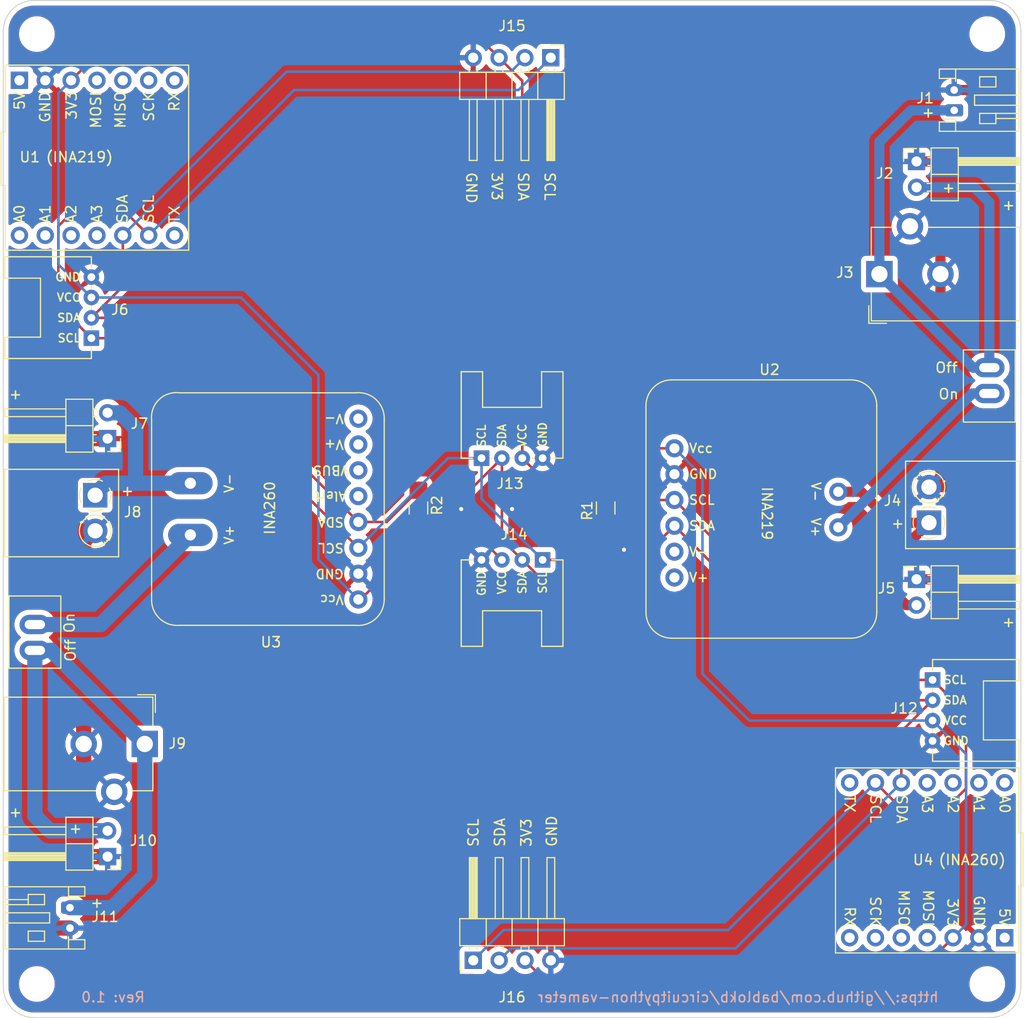
<source format=kicad_pcb>
(kicad_pcb (version 20211014) (generator pcbnew)
  (layers (0 "F.Cu" signal) (31 "B.Cu" signal) (34 "B.Paste" user) (35 "F.Paste" user) (36 "B.SilkS" user "B.Silkscreen") (37 "F.SilkS" user "F.Silkscreen") (38 "B.Mask" user) (39 "F.Mask" user) (44 "Edge.Cuts" user))
  (net 0 "")
  (net 1 "GND")
  (net 2 "Net-(J4-Pad1)")
  (net 3 "/SCL")
  (net 4 "/SDA")
  (net 5 "+3V3")
  (net 6 "Net-(J7-Pad2)")
  (net 7 "Net-(SW1-Pad2)")
  (net 8 "Net-(SW2-Pad2)")
  (net 35 "Net-(J1-Pad1)")
  (net 36 "Net-(J10-Pad2)")
  (footprint "user:R_1206_3216_Pad1.7x1.75mm_BB" (layer "F.Cu") (at -9.2 -0.36 -90)
    (fp_text reference "R2" (at 0 -1.82 90) (layer "F.SilkS"))
    (fp_text value "1K" hide)
    (pad "1" smd roundrect locked (at -1.4875 0 270) (size 1.7 1.75) (layers "F.Cu" "F.Paste" "F.Mask") (roundrect_rratio 0.175) (net 4 "/SDA"))
    (pad "2" smd roundrect locked (at 2.0075 0 270) (size 1.7 1.75) (layers "F.Cu" "F.Paste" "F.Mask") (roundrect_rratio 0.175) (net 5 "+3V3"))
  )
  (footprint "MountingHole:MountingHole_2.5mm" (layer "F.Cu") (at 46.7 46.7)
    (fp_text reference "H3" hide)
    (fp_text value "MountingHole" hide)
    (pad "" np_thru_hole circle (at 0 0) (size 2.5 2.5) (drill 2.5) (layers *.Cu *.Mask))
  )
  (footprint "user:Qt-Py_ESP32-S2" (layer "F.Cu") (at 48.4145 42.15 -90)
    (fp_text reference "U4" (at -7.65 8.0145) (layer "F.SilkS"))
    (fp_text value "Qt-Py-ESP32-S2 INA260" hide)
    (fp_text user "MOSI" (at -1 7.52 -90 unlocked) (layer "F.SilkS") (effects (justify right)))
    (fp_text user "SDA" (at -14.14 10.12 -90 unlocked) (layer "F.SilkS") (effects (justify left)))
    (fp_text user "A3" (at -14.14 7.62 -90 unlocked) (layer "F.SilkS") (effects (justify left)))
    (fp_text user "GND" (at -1 2.52 -90 unlocked) (layer "F.SilkS") (effects (justify right)))
    (fp_text user "RX" (at -1 15.22 -90 unlocked) (layer "F.SilkS") (effects (justify right)))
    (fp_text user "TX" (at -14.14 15.24 -90 unlocked) (layer "F.SilkS") (effects (justify left)))
    (fp_text user "A1" (at -14.14 2.54 -90 unlocked) (layer "F.SilkS") (effects (justify left)))
    (fp_text user "SCK" (at -1 12.72 -90 unlocked) (layer "F.SilkS") (effects (justify right)))
    (fp_text user "5V" (at -1 0.02 -90 unlocked) (layer "F.SilkS") (effects (justify right)))
    (fp_text user "SCL" (at -14.14 12.7 -90 unlocked) (layer "F.SilkS") (effects (justify left)))
    (fp_text user "A2" (at -14.14 5.08 -90 unlocked) (layer "F.SilkS") (effects (justify left)))
    (fp_text user "3V3" (at -1 5.12 -90 unlocked) (layer "F.SilkS") (effects (justify right)))
    (fp_text user "MISO" (at -1 9.92 -90 unlocked) (layer "F.SilkS") (effects (justify right)))
    (fp_text user "A0" (at -14.14 0 -90 unlocked) (layer "F.SilkS") (effects (justify left)))
    (pad "1" thru_hole rect (at 0 0) (size 1.7 1.7) (drill 1) (layers *.Cu *.Mask))
    (pad "2" thru_hole circle (at 0 2.54) (size 1.7 1.7) (drill 1) (layers *.Cu *.Mask) (net 1 "GND"))
    (pad "3" thru_hole circle (at 0 5.08) (size 1.7 1.7) (drill 1) (layers *.Cu *.Mask) (net 5 "+3V3"))
    (pad "4" thru_hole circle (at 0 7.62) (size 1.7 1.7) (drill 1) (layers *.Cu *.Mask))
    (pad "5" thru_hole circle (at 0 10.16) (size 1.7 1.7) (drill 1) (layers *.Cu *.Mask))
    (pad "6" thru_hole circle (at 0 12.7) (size 1.7 1.7) (drill 1) (layers *.Cu *.Mask))
    (pad "7" thru_hole circle (at 0 15.24) (size 1.7 1.7) (drill 1) (layers *.Cu *.Mask))
    (pad "8" thru_hole circle (at -15.24 15.24) (size 1.7 1.7) (drill 1) (layers *.Cu *.Mask))
    (pad "9" thru_hole circle (at -15.24 12.7) (size 1.7 1.7) (drill 1) (layers *.Cu *.Mask) (net 3 "/SCL"))
    (pad "10" thru_hole circle (at -15.24 10.16) (size 1.7 1.7) (drill 1) (layers *.Cu *.Mask) (net 4 "/SDA"))
    (pad "11" thru_hole circle (at -15.24 7.62) (size 1.7 1.7) (drill 1) (layers *.Cu *.Mask))
    (pad "12" thru_hole circle (at -15.24 5.08) (size 1.7 1.7) (drill 1) (layers *.Cu *.Mask))
    (pad "13" thru_hole circle (at -15.24 2.54) (size 1.7 1.7) (drill 1) (layers *.Cu *.Mask))
    (pad "14" thru_hole circle (at -15.24 0) (size 1.7 1.7) (drill 1) (layers *.Cu *.Mask))
  )
  (footprint "Connector_BarrelJack:BarrelJack_CUI_PJ-102AH_Horizontal" (layer "F.Cu") (at -36.1 23.1 -90)
    (fp_text reference "J9" (at -0.05 -3.2) (layer "F.SilkS"))
    (fp_text value "Vin Barrel-Jack" hide)
    (pad "1" thru_hole rect (at 0 0 270) (size 2.6 2.6) (drill 1.6) (layers *.Cu *.Mask) (net 36 "Net-(J10-Pad2)"))
    (pad "2" thru_hole circle (at 0 6 270) (size 2.6 2.6) (drill 1.6) (layers *.Cu *.Mask) (net 1 "GND"))
    (pad "3" thru_hole circle (at 4.7 3 270) (size 2.6 2.6) (drill 1.6) (layers *.Cu *.Mask) (net 1 "GND"))
  )
  (footprint "user:grove_horizontal" (layer "F.Cu") (at 0 -5 180)
    (fp_text reference "J13" (at 0.2 -2.5) (layer "F.SilkS"))
    (fp_text value "Grove Display" hide)
    (fp_text user "GND" (at -3 2.314286 90) (layer "F.SilkS") (effects (font (size 0.8 0.8))))
    (fp_text user "SDA" (at 1 2.219048 90) (layer "F.SilkS") (effects (font (size 0.8 0.8))))
    (fp_text user "SCL" (at 3 2.2 90) (layer "F.SilkS") (effects (font (size 0.8 0.8))))
    (fp_text user "VCC" (at -1 2.238095 90) (layer "F.SilkS") (effects (font (size 0.8 0.8))))
    (pad "1" thru_hole rect (at 3 0 180) (size 1.524 1.524) (drill 0.762) (layers *.Cu *.Mask) (net 3 "/SCL"))
    (pad "2" thru_hole circle (at 1 0 180) (size 1.524 1.524) (drill 0.762) (layers *.Cu *.Mask) (net 4 "/SDA"))
    (pad "3" thru_hole circle (at -1 0 180) (size 1.524 1.524) (drill 0.762) (layers *.Cu *.Mask) (net 5 "+3V3"))
    (pad "4" thru_hole circle (at -3 0 180) (size 1.524 1.524) (drill 0.762) (layers *.Cu *.Mask) (net 1 "GND"))
  )
  (footprint "user:grove_horizontal" (layer "F.Cu") (at 0 5)
    (fp_text reference "J14" (at 0.2 -2.5) (layer "F.SilkS"))
    (fp_text value "Grove Keypad" hide)
    (fp_text user "SDA" (at 1 2.219048 90) (layer "F.SilkS") (effects (font (size 0.8 0.8))))
    (fp_text user "SCL" (at 3 2.2 90) (layer "F.SilkS") (effects (font (size 0.8 0.8))))
    (fp_text user "VCC" (at -1 2.238095 90) (layer "F.SilkS") (effects (font (size 0.8 0.8))))
    (fp_text user "GND" (at -3 2.314286 90) (layer "F.SilkS") (effects (font (size 0.8 0.8))))
    (pad "1" thru_hole rect (at 3 0) (size 1.524 1.524) (drill 0.762) (layers *.Cu *.Mask) (net 3 "/SCL"))
    (pad "2" thru_hole circle (at 1 0) (size 1.524 1.524) (drill 0.762) (layers *.Cu *.Mask) (net 4 "/SDA"))
    (pad "3" thru_hole circle (at -1 0) (size 1.524 1.524) (drill 0.762) (layers *.Cu *.Mask) (net 5 "+3V3"))
    (pad "4" thru_hole circle (at -3 0) (size 1.524 1.524) (drill 0.762) (layers *.Cu *.Mask) (net 1 "GND"))
  )
  (footprint "MountingHole:MountingHole_2.5mm" (layer "F.Cu") (at -46.7 46.7)
    (fp_text reference "H4" hide)
    (fp_text value "MountingHole" hide)
    (pad "" np_thru_hole circle (at 0 0) (size 2.5 2.5) (drill 2.5) (layers *.Cu *.Mask))
  )
  (footprint "Connector_PinHeader_2.54mm:PinHeader_1x02_P2.54mm_Horizontal" (layer "F.Cu") (at 39.75 6.91)
    (fp_text reference "J5" (at -2.95 0.89) (layer "F.SilkS"))
    (fp_text value "Vout Header*" hide)
    (pad "1" thru_hole rect (at 0 0) (size 1.7 1.7) (drill 1) (layers *.Cu *.Mask) (net 1 "GND"))
    (pad "2" thru_hole oval (at 0 2.54) (size 1.7 1.7) (drill 1) (layers *.Cu *.Mask) (net 2 "Net-(J4-Pad1)"))
  )
  (footprint "user:TerminalBlock_MetzConnect_Type182_PT11302HBBN_1x02_P3.50mm_Horizontal" (layer "F.Cu") (at 40.97022 1.34514 90)
    (fp_text reference "J4" (at 2.15514 -3.58022 180) (layer "F.SilkS"))
    (fp_text value "Vout AKL" hide)
    (pad "1" thru_hole rect locked (at 0 0 90) (size 2.4 2.4) (drill 1.5) (layers *.Cu *.Mask) (net 2 "Net-(J4-Pad1)"))
    (pad "2" thru_hole circle locked (at 3.5 0 90) (size 2.4 2.4) (drill 1.5) (layers *.Cu *.Mask) (net 1 "GND"))
  )
  (footprint "Connector_PinHeader_2.54mm:PinHeader_1x04_P2.54mm_Horizontal" (layer "F.Cu") (at 3.8 -44.375 -90)
    (fp_text reference "J15" (at -3.125 3.8 180) (layer "F.SilkS"))
    (fp_text value "Conn Display" hide)
    (pad "1" thru_hole rect (at 0 0 270) (size 1.7 1.7) (drill 1) (layers *.Cu *.Mask) (net 3 "/SCL"))
    (pad "2" thru_hole oval (at 0 2.54 270) (size 1.7 1.7) (drill 1) (layers *.Cu *.Mask) (net 4 "/SDA"))
    (pad "3" thru_hole oval (at 0 5.08 270) (size 1.7 1.7) (drill 1) (layers *.Cu *.Mask) (net 5 "+3V3"))
    (pad "4" thru_hole oval (at 0 7.62 270) (size 1.7 1.7) (drill 1) (layers *.Cu *.Mask) (net 1 "GND"))
  )
  (footprint "Connector_PinHeader_2.54mm:PinHeader_1x02_P2.54mm_Horizontal" (layer "F.Cu") (at -39.75 -6.925 180)
    (fp_text reference "J7" (at -3.125 1.475) (layer "F.SilkS"))
    (fp_text value "Vout Header*" hide)
    (pad "1" thru_hole rect (at 0 0 180) (size 1.7 1.7) (drill 1) (layers *.Cu *.Mask) (net 1 "GND"))
    (pad "2" thru_hole oval (at 0 2.54 180) (size 1.7 1.7) (drill 1) (layers *.Cu *.Mask) (net 6 "Net-(J7-Pad2)"))
  )
  (footprint "user:Kippschalter_On-Off" (layer "F.Cu") (at -46.9 13.9 90)
    (fp_text reference "SW2" hide)
    (fp_text value "SW_SPST" hide)
    (fp_text user "On" (at 2.7 3.4 90 unlocked) (layer "F.SilkS"))
    (fp_text user "Off" (at 0 3.5 90 unlocked) (layer "F.SilkS"))
    (pad "1" thru_hole oval (at 0 0 90) (size 1.9 3) (drill oval 0.9 2) (layers *.Cu *.Mask) (net 36 "Net-(J10-Pad2)"))
    (pad "2" thru_hole oval (at 2.54 0 90) (size 1.9 3) (drill oval 0.9 2) (layers *.Cu *.Mask) (net 8 "Net-(SW2-Pad2)"))
  )
  (footprint "user:grove_horizontal" (layer "F.Cu") (at 41.325 19.8 90)
    (fp_text reference "J12" (at 0.2 -2.8 180) (layer "F.SilkS"))
    (fp_text value "Grove Ext. INA260" hide)
    (fp_text user "GND" (at -3 2.314286) (layer "F.SilkS") (effects (font (size 0.8 0.8))))
    (fp_text user "SCL" (at 3 2.2) (layer "F.SilkS") (effects (font (size 0.8 0.8))))
    (fp_text user "SDA" (at 1 2.219048) (layer "F.SilkS") (effects (font (size 0.8 0.8))))
    (fp_text user "VCC" (at -1 2.238095) (layer "F.SilkS") (effects (font (size 0.8 0.8))))
    (pad "1" thru_hole rect (at 3 0 90) (size 1.524 1.524) (drill 0.762) (layers *.Cu *.Mask) (net 3 "/SCL"))
    (pad "2" thru_hole circle (at 1 0 90) (size 1.524 1.524) (drill 0.762) (layers *.Cu *.Mask) (net 4 "/SDA"))
    (pad "3" thru_hole circle (at -1 0 90) (size 1.524 1.524) (drill 0.762) (layers *.Cu *.Mask) (net 5 "+3V3"))
    (pad "4" thru_hole circle (at -3 0 90) (size 1.524 1.524) (drill 0.762) (layers *.Cu *.Mask) (net 1 "GND"))
  )
  (footprint "user:INA260-Breakout" (layer "F.Cu") (at -15.107171 8.893445 90)
    (fp_text reference "U3" (at -4.193445 -8.592829 unlocked) (layer "F.SilkS"))
    (fp_text value "INA260_Breakout" hide)
    (fp_text user "GND" (at 2.54 -2.824285 180 unlocked) (layer "F.SilkS") (effects (font (size 0.9 0.9))))
    (fp_text user "V+" (at 15.24 -2.395714 180 unlocked) (layer "F.SilkS") (effects (font (size 0.9 0.9))))
    (fp_text user "Vcc" (at -0.01 -2.61 180 unlocked) (layer "F.SilkS") (effects (font (size 0.9 0.9))))
    (fp_text user "VBUS" (at 12.7 -2.717142 180 unlocked) (layer "F.SilkS") (effects (font (size 0.9 0.9))))
    (fp_text user "V+" (at 6.35 -12.7 90 unlocked) (layer "F.SilkS") (effects (font (size 0.9 0.9))))
    (fp_text user "INA260" (at 9 -8.7 90 unlocked) (layer "F.SilkS"))
    (fp_text user "SDA" (at 7.62 -2.717142 180 unlocked) (layer "F.SilkS") (effects (font (size 0.9 0.9))))
    (fp_text user "V-" (at 17.78 -2.395714 180 unlocked) (layer "F.SilkS") (effects (font (size 0.9 0.9))))
    (fp_text user "V-" (at 11.43 -12.7 90 unlocked) (layer "F.SilkS") (effects (font (size 0.9 0.9))))
    (fp_text user "Alert" (at 10.16 -2.717142 180 unlocked) (layer "F.SilkS") (effects (font (size 0.9 0.9))))
    (fp_text user "SCL" (at 5.08 -2.695714 180 unlocked) (layer "F.SilkS") (effects (font (size 0.9 0.9))))
    (pad "1" thru_hole circle (at 0 0 90) (size 1.778 1.778) (drill 1) (layers *.Cu *.Mask) (net 5 "+3V3"))
    (pad "2" thru_hole circle (at 2.54 0 90) (size 1.778 1.778) (drill 1) (layers *.Cu *.Mask) (net 1 "GND"))
    (pad "3" thru_hole circle (at 5.08 0 90) (size 1.778 1.778) (drill 1) (layers *.Cu *.Mask) (net 3 "/SCL"))
    (pad "4" thru_hole circle (at 7.62 0 90) (size 1.778 1.778) (drill 1) (layers *.Cu *.Mask) (net 4 "/SDA"))
    (pad "5" thru_hole circle (at 10.16 0 90) (size 1.778 1.778) (drill 1) (layers *.Cu *.Mask))
    (pad "6" thru_hole circle (at 12.7 0 90) (size 1.778 1.778) (drill 1) (layers *.Cu *.Mask))
    (pad "7" thru_hole circle (at 15.24 0 90) (size 1.778 1.778) (drill 1) (layers *.Cu *.Mask))
    (pad "8" thru_hole circle (at 17.78 0 90) (size 1.778 1.778) (drill 1) (layers *.Cu *.Mask))
    (pad "9" thru_hole oval (at 6.35 -16.51 180) (size 4.3688 2.1844) (drill 1.1) (layers *.Cu *.Mask) (net 8 "Net-(SW2-Pad2)"))
    (pad "10" thru_hole oval (at 11.43 -16.51 180) (size 4.3688 2.1844) (drill 1.1) (layers *.Cu *.Mask) (net 6 "Net-(J7-Pad2)"))
  )
  (footprint "Connector_JST:JST_PH_S2B-PH-K_1x02_P2.00mm_Horizontal" (layer "F.Cu") (at -43.45 39.2 -90)
    (fp_text reference "J11" (at 0.9 -3.45 180) (layer "F.SilkS"))
    (fp_text value "Vin JST-PH2" hide)
    (pad "1" thru_hole roundrect (at 0 0 270) (size 1.2 1.75) (drill 0.75) (layers *.Cu *.Mask) (roundrect_rratio 0.2083333333) (net 36 "Net-(J10-Pad2)"))
    (pad "2" thru_hole oval (at 2 0 270) (size 1.2 1.75) (drill 0.75) (layers *.Cu *.Mask) (net 1 "GND"))
  )
  (footprint "user:grove_horizontal" (layer "F.Cu") (at -41.345 -19.8 -90)
    (fp_text reference "J6" (at 0.2 -2.8 180) (layer "F.SilkS"))
    (fp_text value "Grove Ext. INA219" hide)
    (fp_text user "SCL" (at 3 2.2) (layer "F.SilkS") (effects (font (size 0.8 0.8))))
    (fp_text user "VCC" (at -1 2.238095) (layer "F.SilkS") (effects (font (size 0.8 0.8))))
    (fp_text user "SDA" (at 1 2.219048) (layer "F.SilkS") (effects (font (size 0.8 0.8))))
    (fp_text user "GND" (at -3 2.314286) (layer "F.SilkS") (effects (font (size 0.8 0.8))))
    (pad "1" thru_hole rect (at 3 0 270) (size 1.524 1.524) (drill 0.762) (layers *.Cu *.Mask) (net 3 "/SCL"))
    (pad "2" thru_hole circle (at 1 0 270) (size 1.524 1.524) (drill 0.762) (layers *.Cu *.Mask) (net 4 "/SDA"))
    (pad "3" thru_hole circle (at -1 0 270) (size 1.524 1.524) (drill 0.762) (layers *.Cu *.Mask) (net 5 "+3V3"))
    (pad "4" thru_hole circle (at -3 0 270) (size 1.524 1.524) (drill 0.762) (layers *.Cu *.Mask) (net 1 "GND"))
  )
  (footprint "Connector_BarrelJack:BarrelJack_CUI_PJ-102AH_Horizontal" (layer "F.Cu") (at 36.1 -23.1 90)
    (fp_text reference "J3" (at 0.15 -3.4) (layer "F.SilkS"))
    (fp_text value "Vin Barrel-Jack" hide)
    (pad "1" thru_hole rect (at 0 0 90) (size 2.6 2.6) (drill 1.6) (layers *.Cu *.Mask) (net 35 "Net-(J1-Pad1)"))
    (pad "2" thru_hole circle (at 0 6 90) (size 2.6 2.6) (drill 1.6) (layers *.Cu *.Mask) (net 1 "GND"))
    (pad "3" thru_hole circle (at 4.7 3 90) (size 2.6 2.6) (drill 1.6) (layers *.Cu *.Mask) (net 1 "GND"))
  )
  (footprint "user:TerminalBlock_MetzConnect_Type182_PT11302HBBN_1x02_P3.50mm_Horizontal" (layer "F.Cu") (at -40.97022 -1.35514 -90)
    (fp_text reference "J8" (at 1.65514 -3.68022 180) (layer "F.SilkS"))
    (fp_text value "Vout AKL" hide)
    (pad "1" thru_hole rect locked (at 0 0 270) (size 2.4 2.4) (drill 1.5) (layers *.Cu *.Mask) (net 6 "Net-(J7-Pad2)"))
    (pad "2" thru_hole circle locked (at 3.5 0 270) (size 2.4 2.4) (drill 1.5) (layers *.Cu *.Mask) (net 1 "GND"))
  )
  (footprint "user:INA219-Breakout" (layer "F.Cu") (at 15.954 -5.969 -90)
    (fp_text reference "U2" (at -7.731 -9.346 unlocked) (layer "F.SilkS"))
    (fp_text value "INA219_Breakout" hide)
    (fp_text user "Vcc" (at -0.01 -2.61 unlocked) (layer "F.SilkS") (effects (font (size 0.9 0.9))))
    (fp_text user "SCL" (at 5.08 -2.695714 unlocked) (layer "F.SilkS") (effects (font (size 0.9 0.9))))
    (fp_text user "V-" (at 10.16 -2.395714 unlocked) (layer "F.SilkS") (effects (font (size 0.9 0.9))))
    (fp_text user "V+" (at 12.7 -2.395714 unlocked) (layer "F.SilkS") (effects (font (size 0.9 0.9))))
    (fp_text user "V-" (at 4.269 -13.9 -90 unlocked) (layer "F.SilkS") (effects (font (size 0.9 0.9))))
    (fp_text user "INA219" (at 6.4 -9.1 -90 unlocked) (layer "F.SilkS"))
    (fp_text user "GND" (at 2.54 -2.824285 unlocked) (layer "F.SilkS") (effects (font (size 0.9 0.9))))
    (fp_text user "V+" (at 7.769 -13.9 -90 unlocked) (layer "F.SilkS") (effects (font (size 0.9 0.9))))
    (fp_text user "SDA" (at 7.62 -2.717142 unlocked) (layer "F.SilkS") (effects (font (size 0.9 0.9))))
    (pad "1" thru_hole circle (at 0 0 270) (size 1.778 1.778) (drill 1) (layers *.Cu *.Mask) (net 5 "+3V3"))
    (pad "2" thru_hole circle (at 2.54 0 270) (size 1.778 1.778) (drill 1) (layers *.Cu *.Mask) (net 1 "GND"))
    (pad "3" thru_hole circle (at 5.08 0 270) (size 1.778 1.778) (drill 1) (layers *.Cu *.Mask) (net 3 "/SCL"))
    (pad "4" thru_hole circle (at 7.62 0 270) (size 1.778 1.778) (drill 1) (layers *.Cu *.Mask) (net 4 "/SDA"))
    (pad "5" thru_hole circle (at 10.16 0 270) (size 1.778 1.778) (drill 1) (layers *.Cu *.Mask))
    (pad "6" thru_hole circle (at 12.7 0 270) (size 1.778 1.778) (drill 1) (layers *.Cu *.Mask))
    (pad "7" thru_hole circle (at 4.269 -16.106 270) (size 1.778 1.778) (drill 1) (layers *.Cu *.Mask) (net 2 "Net-(J4-Pad1)"))
    (pad "8" thru_hole circle (at 7.769 -16.106 270) (size 1.778 1.778) (drill 1) (layers *.Cu *.Mask) (net 7 "Net-(SW1-Pad2)"))
  )
  (footprint "Connector_JST:JST_PH_S2B-PH-K_1x02_P2.00mm_Horizontal" (layer "F.Cu") (at 43.45 -39.2 90)
    (fp_text reference "J1" (at 1.2 -2.85 180) (layer "F.SilkS"))
    (fp_text value "Vin JST-PH2" hide)
    (pad "1" thru_hole roundrect (at 0 0 90) (size 1.2 1.75) (drill 0.75) (layers *.Cu *.Mask) (roundrect_rratio 0.2083333333) (net 35 "Net-(J1-Pad1)"))
    (pad "2" thru_hole oval (at 2 0 90) (size 1.2 1.75) (drill 0.75) (layers *.Cu *.Mask) (net 1 "GND"))
  )
  (footprint "user:Qt-Py_ESP32-S2" (layer "F.Cu") (at -48.4145 -42.15 90)
    (fp_text reference "U1" (at -7.55 1.0145 180) (layer "F.SilkS"))
    (fp_text value "Qt-Py-ESP32-S2 INA219" hide)
    (fp_text user "A1" (at -14.14 2.54 90 unlocked) (layer "F.SilkS") (effects (justify left)))
    (fp_text user "SCK" (at -1 12.72 90 unlocked) (layer "F.SilkS") (effects (justify right)))
    (fp_text user "A3" (at -14.14 7.62 90 unlocked) (layer "F.SilkS") (effects (justify left)))
    (fp_text user "MISO" (at -1 9.92 90 unlocked) (layer "F.SilkS") (effects (justify right)))
    (fp_text user "TX" (at -14.14 15.24 90 unlocked) (layer "F.SilkS") (effects (justify left)))
    (fp_text user "A0" (at -14.14 0 90 unlocked) (layer "F.SilkS") (effects (justify left)))
    (fp_text user "SCL" (at -14.14 12.7 90 unlocked) (layer "F.SilkS") (effects (justify left)))
    (fp_text user "3V3" (at -1 5.12 90 unlocked) (layer "F.SilkS") (effects (justify right)))
    (fp_text user "RX" (at -1 15.22 90 unlocked) (layer "F.SilkS") (effects (justify right)))
    (fp_text user "SDA" (at -14.14 10.12 90 unlocked) (layer "F.SilkS") (effects (justify left)))
    (fp_text user "GND" (at -1 2.52 90 unlocked) (layer "F.SilkS") (effects (justify right)))
    (fp_text user "5V" (at -1 0.02 90 unlocked) (layer "F.SilkS") (effects (justify right)))
    (fp_text user "MOSI" (at -1 7.52 90 unlocked) (layer "F.SilkS") (effects (justify right)))
    (fp_text user "A2" (at -14.14 5.08 90 unlocked) (layer "F.SilkS") (effects (justify left)))
    (pad "1" thru_hole rect (at 0 0 180) (size 1.7 1.7) (drill 1) (layers *.Cu *.Mask))
    (pad "2" thru_hole circle (at 0 2.54 180) (size 1.7 1.7) (drill 1) (layers *.Cu *.Mask) (net 1 "GND"))
    (pad "3" thru_hole circle (at 0 5.08 180) (size 1.7 1.7) (drill 1) (layers *.Cu *.Mask) (net 5 "+3V3"))
    (pad "4" thru_hole circle (at 0 7.62 180) (size 1.7 1.7) (drill 1) (layers *.Cu *.Mask))
    (pad "5" thru_hole circle (at 0 10.16 180) (size 1.7 1.7) (drill 1) (layers *.Cu *.Mask))
    (pad "6" thru_hole circle (at 0 12.7 180) (size 1.7 1.7) (drill 1) (layers *.Cu *.Mask))
    (pad "7" thru_hole circle (at 0 15.24 180) (size 1.7 1.7) (drill 1) (layers *.Cu *.Mask))
    (pad "8" thru_hole circle (at -15.24 15.24 180) (size 1.7 1.7) (drill 1) (layers *.Cu *.Mask))
    (pad "9" thru_hole circle (at -15.24 12.7 180) (size 1.7 1.7) (drill 1) (layers *.Cu *.Mask) (net 3 "/SCL"))
    (pad "10" thru_hole circle (at -15.24 10.16 180) (size 1.7 1.7) (drill 1) (layers *.Cu *.Mask) (net 4 "/SDA"))
    (pad "11" thru_hole circle (at -15.24 7.62 180) (size 1.7 1.7) (drill 1) (layers *.Cu *.Mask))
    (pad "12" thru_hole circle (at -15.24 5.08 180) (size 1.7 1.7) (drill 1) (layers *.Cu *.Mask))
    (pad "13" thru_hole circle (at -15.24 2.54 180) (size 1.7 1.7) (drill 1) (layers *.Cu *.Mask))
    (pad "14" thru_hole circle (at -15.24 0 180) (size 1.7 1.7) (drill 1) (layers *.Cu *.Mask))
  )
  (footprint "user:R_1206_3216_Pad1.7x1.75mm_BB" (layer "F.Cu") (at 9.2 0.16 90)
    (fp_text reference "R1" (at 0 -1.82 90) (layer "F.SilkS"))
    (fp_text value "1K" hide)
    (pad "1" smd roundrect locked (at -1.4875 0 90) (size 1.7 1.75) (layers "F.Cu" "F.Paste" "F.Mask") (roundrect_rratio 0.175) (net 3 "/SCL"))
    (pad "2" smd roundrect locked (at 2.0075 0 90) (size 1.7 1.75) (layers "F.Cu" "F.Paste" "F.Mask") (roundrect_rratio 0.175) (net 5 "+3V3"))
  )
  (footprint "MountingHole:MountingHole_2.5mm" (layer "F.Cu") (at -46.7 -46.7)
    (fp_text reference "H1" hide)
    (fp_text value "MountingHole" hide)
    (pad "" np_thru_hole circle (at 0 0) (size 2.5 2.5) (drill 2.5) (layers *.Cu *.Mask))
  )
  (footprint "Connector_PinHeader_2.54mm:PinHeader_1x02_P2.54mm_Horizontal" (layer "F.Cu") (at 39.75 -34.175)
    (fp_text reference "J2" (at -3.125 1.175 180) (layer "F.SilkS"))
    (fp_text value "Vin Header*" hide)
    (pad "1" thru_hole rect (at 0 0) (size 1.7 1.7) (drill 1) (layers *.Cu *.Mask) (net 1 "GND"))
    (pad "2" thru_hole oval (at 0 2.54) (size 1.7 1.7) (drill 1) (layers *.Cu *.Mask) (net 35 "Net-(J1-Pad1)"))
  )
  (footprint "Connector_PinHeader_2.54mm:PinHeader_1x04_P2.54mm_Horizontal" (layer "F.Cu") (at -3.81 44.375 90)
    (fp_text reference "J16" (at -3.625 3.81 180) (layer "F.SilkS"))
    (fp_text value "Conn Keypad" hide)
    (pad "1" thru_hole rect (at 0 0 90) (size 1.7 1.7) (drill 1) (layers *.Cu *.Mask) (net 3 "/SCL"))
    (pad "2" thru_hole oval (at 0 2.54 90) (size 1.7 1.7) (drill 1) (layers *.Cu *.Mask) (net 4 "/SDA"))
    (pad "3" thru_hole oval (at 0 5.08 90) (size 1.7 1.7) (drill 1) (layers *.Cu *.Mask) (net 5 "+3V3"))
    (pad "4" thru_hole oval (at 0 7.62 90) (size 1.7 1.7) (drill 1) (layers *.Cu *.Mask) (net 1 "GND"))
  )
  (footprint "Connector_PinHeader_2.54mm:PinHeader_1x02_P2.54mm_Horizontal" (layer "F.Cu") (at -39.75 34.175 180)
    (fp_text reference "J10" (at -3.525 1.575) (layer "F.SilkS"))
    (fp_text value "Vin Header*" hide)
    (pad "1" thru_hole rect (at 0 0 180) (size 1.7 1.7) (drill 1) (layers *.Cu *.Mask) (net 1 "GND"))
    (pad "2" thru_hole oval (at 0 2.54 180) (size 1.7 1.7) (drill 1) (layers *.Cu *.Mask) (net 36 "Net-(J10-Pad2)"))
  )
  (footprint "user:Kippschalter_On-Off" (layer "F.Cu") (at 46.9 -13.9 -90)
    (fp_text reference "SW1" hide)
    (fp_text value "SW_SPST" hide)
    (fp_text user "Off" (at 0 4.2 unlocked) (layer "F.SilkS"))
    (fp_text user "On" (at 2.6 4 unlocked) (layer "F.SilkS"))
    (pad "1" thru_hole oval (at 0 0 270) (size 1.9 3) (drill oval 0.9 2) (layers *.Cu *.Mask) (net 35 "Net-(J1-Pad1)"))
    (pad "2" thru_hole oval (at 2.54 0 270) (size 1.9 3) (drill oval 0.9 2) (layers *.Cu *.Mask) (net 7 "Net-(SW1-Pad2)"))
  )
  (footprint "MountingHole:MountingHole_2.5mm" (layer "F.Cu") (at 46.7 -46.7)
    (fp_text reference "H2" hide)
    (fp_text value "MountingHole" hide)
    (pad "" np_thru_hole circle (at 0 0) (size 2.5 2.5) (drill 2.5) (layers *.Cu *.Mask))
  )
  (gr_line (start 50 -47) (end 50 47) (layer "Edge.Cuts") (width 0.1))
  (gr_arc (start 50 47) (mid 49.12132 49.12132) (end 47 50) (layer "Edge.Cuts") (width 0.1))
  (gr_arc (start -50 -47) (mid -49.12132 -49.12132) (end -47 -50) (layer "Edge.Cuts") (width 0.1))
  (gr_arc (start 47 -50) (mid 49.12132 -49.12132) (end 50 -47) (layer "Edge.Cuts") (width 0.1))
  (gr_line (start -50 -47) (end -50 47) (layer "Edge.Cuts") (width 0.1))
  (gr_line (start -47 -50) (end 47 -50) (layer "Edge.Cuts") (width 0.1))
  (gr_line (start 47 50) (end -47 50) (layer "Edge.Cuts") (width 0.1))
  (gr_arc (start -47 50) (mid -49.12132 49.12132) (end -50 47) (layer "Edge.Cuts") (width 0.1))
  (gr_text "Rev: 1.0" (at -36 48) (layer "B.SilkS") (effects (font (size 1 1)) (justify left mirror)))
  (gr_text "https://github.com/bablokb/circuitpython-vameter" (at 42 48) (layer "B.SilkS") (effects (font (size 1 1)) (justify left mirror)))
  (gr_text "+" (at 48.8 -29.9) (layer "F.SilkS") (effects (font (size 1 1))))
  (gr_text "3V3" (at 1.4 33.3 90) (layer "F.SilkS") (effects (font (size 1 1)) (justify left)))
  (gr_text "GND" (at -4 -33.2 270) (layer "F.SilkS") (effects (font (size 1 1)) (justify left)))
  (gr_text "SCL" (at -3.8 33.3 90) (layer "F.SilkS") (effects (font (size 1 1)) (justify left)))
  (gr_text "+" (at -48.8 -11.3) (layer "F.SilkS") (effects (font (size 1 1))))
  (gr_text "(INA219)" (at -45.9 -34.6) (layer "F.SilkS") (effects (font (size 1 1)) (justify left)))
  (gr_text "3V3" (at -1.5 -33.2 270) (layer "F.SilkS") (effects (font (size 1 1)) (justify left)))
  (gr_text "SDA" (at -1.2 33.3 90) (layer "F.SilkS") (effects (font (size 1 1)) (justify left)))
  (gr_text "+" (at -42.9 31.4) (layer "F.SilkS") (effects (font (size 1 1))))
  (gr_text "(INA260)" (at 48.6 34.5) (layer "F.SilkS") (effects (font (size 1 1)) (justify right)))
  (gr_text "+" (at 37.9 1.4) (layer "F.SilkS") (effects (font (size 1 1))))
  (gr_text "+" (at -37.8 -1.8) (layer "F.SilkS") (effects (font (size 1 1))))
  (gr_text "+" (at 48.8 11.1) (layer "F.SilkS") (effects (font (size 1 1))))
  (gr_text "SDA" (at 1.1 -33.2 270) (layer "F.SilkS") (effects (font (size 1 1)) (justify left)))
  (gr_text "+" (at -40.8 38.7) (layer "F.SilkS") (effects (font (size 1 1))))
  (gr_text "GND" (at 3.9 33.3 90) (layer "F.SilkS") (effects (font (size 1 1)) (justify left)))
  (gr_text "SCL" (at 3.7 -33.2 270) (layer "F.SilkS") (effects (font (size 1 1)) (justify left)))
  (gr_text "+" (at 42.9 -31.6) (layer "F.SilkS") (effects (font (size 1 1))))
  (gr_text "+" (at 40.9 -39) (layer "F.SilkS") (effects (font (size 1 1))))
  (gr_text "+" (at -48.8 29.8) (layer "F.SilkS") (effects (font (size 1 1))))
  (segment (start 44.8 -41.2) (end 45.425 -40.575) (width 1) (layer "F.Cu") (net 1))
  (segment (start 42.1 -3.16464) (end 41.08022 -2.14486) (width 1) (layer "F.Cu") (net 1))
  (segment (start -42.777276 2.14486) (end -45.425 -0.502864) (width 1.5) (layer "F.Cu") (net 1))
  (segment (start 45.425 3.505) (end 42.02 6.91) (width 1) (layer "F.Cu") (net 1))
  (segment (start 45.425 -40.575) (end 45.425 -39.225) (width 1) (layer "F.Cu") (net 1))
  (segment (start -45.025 41.2) (end -47 39.225) (width 1.5) (layer "F.Cu") (net 1))
  (segment (start -45.425 -0.502864) (end -45.425 -3.875) (width 1.5) (layer "F.Cu") (net 1))
  (segment (start -45.425 34.175) (end -43.075 34.175) (width 1.5) (layer "F.Cu") (net 1))
  (segment (start -42.1 3.16464) (end -41.08022 2.14486) (width 1.5) (layer "F.Cu") (net 1))
  (segment (start -47 39.225) (end -47 35.75) (width 1.5) (layer "F.Cu") (net 1))
  (segment (start -42.375 -6.925) (end -39.75 -6.925) (width 1.5) (layer "F.Cu") (net 1))
  (segment (start -45.425 -3.875) (end -42.375 -6.925) (width 1.5) (layer "F.Cu") (net 1))
  (segment (start 42.1 -24.45) (end 42.1 -3.16464) (width 1) (layer "F.Cu") (net 1))
  (segment (start 45.425 -34.175) (end 42.1 -30.85) (width 1) (layer "F.Cu") (net 1))
  (segment (start 42.85514 -2.14486) (end 45.425 0.425) (width 1) (layer "F.Cu") (net 1))
  (segment (start 45.425 -34.175) (end 39.75 -34.175) (width 1) (layer "F.Cu") (net 1))
  (segment (start -47 35.75) (end -45.425 34.175) (width 1.5) (layer "F.Cu") (net 1))
  (segment (start -43.075 34.175) (end -39.75 34.175) (width 1.5) (layer "F.Cu") (net 1))
  (segment (start 42.1 -30.85) (end 42.1 -24.45) (width 1) (layer "F.Cu") (net 1))
  (segment (start 41.08022 -2.14486) (end 42.85514 -2.14486) (width 1) (layer "F.Cu") (net 1))
  (segment (start 43.45 -41.2) (end 44.8 -41.2) (width 1) (layer "F.Cu") (net 1))
  (segment (start 45.425 0.425) (end 45.425 3.505) (width 1) (layer "F.Cu") (net 1))
  (segment (start -43.45 41.2) (end -45.025 41.2) (width 1.5) (layer "F.Cu") (net 1))
  (segment (start -42.1 24.45) (end -42.1 3.16464) (width 1.5) (layer "F.Cu") (net 1))
  (segment (start -43.075 34.175) (end -42.1 33.2) (width 1.5) (layer "F.Cu") (net 1))
  (segment (start -42.1 33.2) (end -42.1 24.45) (width 1.5) (layer "F.Cu") (net 1))
  (segment (start 45.425 -39.225) (end 45.425 -34.175) (width 1) (layer "F.Cu") (net 1))
  (segment (start 42.02 6.91) (end 39.75 6.91) (width 1) (layer "F.Cu") (net 1))
  (segment (start -41.08022 2.14486) (end -42.777276 2.14486) (width 1.5) (layer "F.Cu") (net 1))
  (via (at -5 0) (size 0.8) (drill 0.4) (layers "F.Cu" "B.Cu") (net 1))
  (via (at 11 4) (size 0.8) (drill 0.4) (layers "F.Cu" "B.Cu") (net 1))
  (via (at 0 0) (size 0.8) (drill 0.4) (layers "F.Cu" "B.Cu") (net 1))
  (segment (start 37.11 5.20536) (end 37.11 7.82) (width 1) (layer "F.Cu") (net 2))
  (segment (start 34.3 -1.7) (end 37.35514 1.35514) (width 1) (layer "F.Cu") (net 2))
  (segment (start 37.11 7.82) (end 38.74 9.45) (width 1) (layer "F.Cu") (net 2))
  (segment (start 37.35514 1.35514) (end 41.08022 1.35514) (width 1) (layer "F.Cu") (net 2))
  (segment (start 40.97022 1.34514) (end 37.11 5.20536) (width 1) (layer "F.Cu") (net 2))
  (segment (start 38.74 9.45) (end 39.75 9.45) (width 1) (layer "F.Cu") (net 2))
  (segment (start 32.06 -1.7) (end 34.3 -1.7) (width 1) (layer "F.Cu") (net 2))
  (segment (start 3 5) (end 5.8475 5) (width 0.25) (layer "F.Cu") (net 3))
  (segment (start 37.4545 28.65) (end 43.446488 28.65) (width 0.25) (layer "F.Cu") (net 3))
  (segment (start -35.720616 -16.8) (end -15.107171 3.813445) (width 0.25) (layer "F.Cu") (net 3))
  (segment (start 44.61 20.085) (end 41.325 16.8) (width 0.25) (layer "F.Cu") (net 3))
  (segment (start 33.643 16.8) (end 15.954 -0.889) (width 0.25) (layer "F.Cu") (net 3))
  (segment (start 11.7365 -0.889) (end 15.954 -0.889) (width 0.25) (layer "F.Cu") (net 3))
  (segment (start 44.61 27.486488) (end 44.61 20.085) (width 0.25) (layer "F.Cu") (net 3))
  (segment (start -37.5345 -28.73) (end -43.68 -28.73) (width 0.25) (layer "F.Cu") (net 3))
  (segment (start 43.446488 28.65) (end 44.61 27.486488) (width 0.25) (layer "F.Cu") (net 3))
  (segment (start 5.8475 5) (end 9.2 1.6475) (width 0.25) (layer "F.Cu") (net 3))
  (segment (start -44.59 -27.82) (end -44.59 -20.045) (width 0.25) (layer "F.Cu") (net 3))
  (segment (start -43.68 -28.73) (end -44.59 -27.82) (width 0.25) (layer "F.Cu") (net 3))
  (segment (start -35.7145 -26.91) (end -37.5345 -28.73) (width 0.25) (layer "F.Cu") (net 3))
  (segment (start -44.59 -20.045) (end -41.345 -16.8) (width 0.25) (layer "F.Cu") (net 3))
  (segment (start -41.345 -16.8) (end -35.720616 -16.8) (width 0.25) (layer "F.Cu") (net 3))
  (segment (start 41.325 16.8) (end 33.643 16.8) (width 0.25) (layer "F.Cu") (net 3))
  (segment (start 35.7145 26.91) (end 37.4545 28.65) (width 0.25) (layer "F.Cu") (net 3))
  (segment (start 9.2 1.6475) (end 11.7365 -0.889) (width 0.25) (layer "F.Cu") (net 3))
  (segment (start 3.8 -44.375) (end 0.625 -41.2) (width 0.25) (layer "B.Cu") (net 3))
  (segment (start 21.2345 41.39) (end -0.825 41.39) (width 0.25) (layer "B.Cu") (net 3))
  (segment (start -0.825 41.39) (end -3.81 44.375) (width 0.25) (layer "B.Cu") (net 3))
  (segment (start -21.4245 -41.2) (end -35.7145 -26.91) (width 0.25) (layer "B.Cu") (net 3))
  (segment (start 35.7145 26.91) (end 21.2345 41.39) (width 0.25) (layer "B.Cu") (net 3))
  (segment (start -3 -5) (end -3 -1) (width 0.25) (layer "B.Cu") (net 3))
  (segment (start 0.625 -41.2) (end -21.4245 -41.2) (width 0.25) (layer "B.Cu") (net 3))
  (segment (start -3 -1) (end 3 5) (width 0.25) (layer "B.Cu") (net 3))
  (segment (start -3 -5) (end -6.293726 -5) (width 0.25) (layer "B.Cu") (net 3))
  (segment (start -6.293726 -5) (end -15.107171 3.813445) (width 0.25) (layer "B.Cu") (net 3))
  (segment (start -1 3) (end 1 5) (width 0.25) (layer "F.Cu") (net 4))
  (segment (start -35.180616 -18.8) (end -15.107171 1.273445) (width 0.25) (layer "F.Cu") (net 4))
  (segment (start 38.2545 26.91) (end 38.2545 21.8705) (width 0.25) (layer "F.Cu") (net 4))
  (segment (start 1 5) (end 3 7) (width 0.25) (layer "F.Cu") (net 4))
  (segment (start -15.107171 1.273445) (end -12.320945 1.273445) (width 0.25) (layer "F.Cu") (net 4))
  (segment (start -4.1525 -1.8475) (end -1 -5) (width 0.25) (layer "F.Cu") (net 4))
  (segment (start 38.2545 21.8705) (end 41.325 18.8) (width 0.25) (layer "F.Cu") (net 4))
  (segment (start 33.103 18.8) (end 15.954 1.651) (width 0.25) (layer "F.Cu") (net 4))
  (segment (start -12.320945 1.273445) (end -9.2 -1.8475) (width 0.25) (layer "F.Cu") (net 4))
  (segment (start 10.605 7) (end 15.954 1.651) (width 0.25) (layer "F.Cu") (net 4))
  (segment (start 41.325 18.8) (end 33.103 18.8) (width 0.25) (layer "F.Cu") (net 4))
  (segment (start -9.2 -1.8475) (end -4.1525 -1.8475) (width 0.25) (layer "F.Cu") (net 4))
  (segment (start -41.345 -18.8) (end -35.180616 -18.8) (width 0.25) (layer "F.Cu") (net 4))
  (segment (start -1 -5) (end -1 3) (width 0.25) (layer "F.Cu") (net 4))
  (segment (start -38.2545 -21.8905) (end -41.345 -18.8) (width 0.25) (layer "F.Cu") (net 4))
  (segment (start -38.2545 -26.91) (end -38.2545 -21.8905) (width 0.25) (layer "F.Cu") (net 4))
  (segment (start 3 7) (end 10.605 7) (width 0.25) (layer "F.Cu") (net 4))
  (segment (start -0.115 -43) (end -22.1645 -43) (width 0.25) (layer "B.Cu") (net 4))
  (segment (start -0.095489 43.200489) (end 21.964011 43.200489) (width 0.25) (layer "B.Cu") (net 4))
  (segment (start 1.26 -44.375) (end -0.115 -43) (width 0.25) (layer "B.Cu") (net 4))
  (segment (start -22.1645 -43) (end -38.2545 -26.91) (width 0.25) (layer "B.Cu") (net 4))
  (segment (start -1.27 44.375) (end -0.095489 43.200489) (width 0.25) (layer "B.Cu") (net 4))
  (segment (start 21.964011 43.200489) (end 38.2545 26.91) (width 0.25) (layer "B.Cu") (net 4))
  (segment (start 13.3215 -5.969) (end 15.954 -5.969) (width 0.25) (layer "F.Cu") (net 5))
  (segment (start -4.205 -47.3) (end -38.1845 -47.3) (width 0.25) (layer "F.Cu") (net 5))
  (segment (start -1.28 -44.375) (end -4.205 -47.3) (width 0.25) (layer "F.Cu") (net 5))
  (segment (start -14.893445 8.893445) (end -9.2 3.2) (width 0.25) (layer "F.Cu") (net 5))
  (segment (start -38.1845 -47.3) (end -43.3345 -42.15) (width 0.25) (layer "F.Cu") (net 5))
  (segment (start 9.2 -1.8475) (end 13.3215 -5.969) (width 0.25) (layer "F.Cu") (net 5))
  (segment (start 1 -5) (end 4.1525 -1.8475) (width 0.25) (layer "F.Cu") (net 5))
  (segment (start -4.3525 1.6475) (end -1 5) (width 0.25) (layer "F.Cu") (net 5))
  (segment (start 1 -42.095) (end -1.28 -44.375) (width 0.25) (layer "F.Cu") (net 5))
  (segment (start -9.2 3.2) (end -9.2 1.6475) (width 0.25) (layer "F.Cu") (net 5))
  (segment (start 43.3345 42.15) (end 37.2845 48.2) (width 0.25) (layer "F.Cu") (net 5))
  (segment (start 4.1525 -1.8475) (end 9.2 -1.8475) (width 0.25) (layer "F.Cu") (net 5))
  (segment (start -15.107171 8.893445) (end -14.893445 8.893445) (width 0.25) (layer "F.Cu") (net 5))
  (segment (start 1 -5) (end 1 -42.095) (width 0.25) (layer "F.Cu") (net 5))
  (segment (start 5.095 48.2) (end 1.27 44.375) (width 0.25) (layer "F.Cu") (net 5))
  (segment (start 37.2845 48.2) (end 5.095 48.2) (width 0.25) (layer "F.Cu") (net 5))
  (segment (start -9.2 1.6475) (end -4.3525 1.6475) (width 0.25) (layer "F.Cu") (net 5))
  (segment (start -44.58 -40.9045) (end -44.58 -24.035) (width 0.25) (layer "B.Cu") (net 5))
  (segment (start -43.3345 -42.15) (end -44.58 -40.9045) (width 0.25) (layer "B.Cu") (net 5))
  (segment (start -19.03 -13.18) (end -26.65 -20.8) (width 0.25) (layer "B.Cu") (net 5))
  (segment (start 43.3345 42.15) (end 44.62 40.8645) (width 0.25) (layer "B.Cu") (net 5))
  (segment (start -19.03 4.970616) (end -19.03 -13.18) (width 0.25) (layer "B.Cu") (net 5))
  (segment (start 18.71 -3.213) (end 18.71 16.2) (width 0.25) (layer "B.Cu") (net 5))
  (segment (start -44.58 -24.035) (end -41.345 -20.8) (width 0.25) (layer "B.Cu") (net 5))
  (segment (start -15.107171 8.893445) (end -19.03 4.970616) (width 0.25) (layer "B.Cu") (net 5))
  (segment (start 44.62 40.8645) (end 44.62 24.095) (width 0.25) (layer "B.Cu") (net 5))
  (segment (start 18.71 16.2) (end 23.31 20.8) (width 0.25) (layer "B.Cu") (net 5))
  (segment (start -26.65 -20.8) (end -41.345 -20.8) (width 0.25) (layer "B.Cu") (net 5))
  (segment (start 44.62 24.095) (end 41.325 20.8) (width 0.25) (layer "B.Cu") (net 5))
  (segment (start 23.31 20.8) (end 41.325 20.8) (width 0.25) (layer "B.Cu") (net 5))
  (segment (start 15.954 -5.969) (end 18.71 -3.213) (width 0.25) (layer "B.Cu") (net 5))
  (segment (start -37.063445 -2.536555) (end -39.898805 -2.536555) (width 1.5) (layer "B.Cu") (net 6))
  (segment (start -37 -2.6) (end -37.063445 -2.536555) (width 1.5) (layer "B.Cu") (net 6))
  (segment (start -39.75 -9.465) (end -38.547919 -9.465) (width 1.5) (layer "B.Cu") (net 6))
  (segment (start -39.898805 -2.536555) (end -41.08022 -1.35514) (width 1.5) (layer "B.Cu") (net 6))
  (segment (start -38.547919 -9.465) (end -37 -7.917081) (width 1.5) (layer "B.Cu") (net 6))
  (segment (start -37 -7.917081) (end -37 -2.6) (width 1.5) (layer "B.Cu") (net 6))
  (segment (start -31.617171 -2.536555) (end -37.063445 -2.536555) (width 1.5) (layer "B.Cu") (net 6))
  (segment (start 46.9 -11.36) (end 45.22 -11.36) (width 1) (layer "B.Cu") (net 7))
  (segment (start 45.22 -11.36) (end 32.06 1.8) (width 1) (layer "B.Cu") (net 7))
  (segment (start -40.433726 11.36) (end -31.617171 2.543445) (width 1.5) (layer "B.Cu") (net 8))
  (segment (start -46.9 11.36) (end -40.433726 11.36) (width 1.5) (layer "B.Cu") (net 8))
  (segment (start 46.9 -13.9) (end 46.9 -30.16) (width 1) (layer "B.Cu") (net 35))
  (segment (start 45.3 -13.9) (end 46.9 -13.9) (width 1) (layer "B.Cu") (net 35))
  (segment (start 36.1 -23.1) (end 45.3 -13.9) (width 1) (layer "B.Cu") (net 35))
  (segment (start 39.75 -31.635) (end 45.425 -31.635) (width 1) (layer "B.Cu") (net 35))
  (segment (start 43.45 -39.2) (end 39.2 -39.2) (width 1) (layer "B.Cu") (net 35))
  (segment (start 36.1 -36.1) (end 36.1 -23.1) (width 1) (layer "B.Cu") (net 35))
  (segment (start 39.2 -39.2) (end 36.1 -36.1) (width 1) (layer "B.Cu") (net 35))
  (segment (start 46.9 -30.16) (end 45.425 -31.635) (width 1) (layer "B.Cu") (net 35))
  (segment (start -46.9 30.16) (end -45.425 31.635) (width 1.5) (layer "B.Cu") (net 36))
  (segment (start -36.1 24.45) (end -36.1 36) (width 1.5) (layer "B.Cu") (net 36))
  (segment (start -39.3 39.2) (end -43.45 39.2) (width 1.5) (layer "B.Cu") (net 36))
  (segment (start -46.9 13.9) (end -46.9 30.16) (width 1.5) (layer "B.Cu") (net 36))
  (segment (start -46.9 13.9) (end -45.3 13.9) (width 1.5) (layer "B.Cu") (net 36))
  (segment (start -36.1 36) (end -39.3 39.2) (width 1.5) (layer "B.Cu") (net 36))
  (segment (start -45.425 31.635) (end -39.75 31.635) (width 1.5) (layer "B.Cu") (net 36))
  (segment (start -45.3 13.9) (end -36.1 23.1) (width 1.5) (layer "B.Cu") (net 36))
  (zone (net 1) (net_name "GND") (layer "F.Cu") (connect_pads (clearance 0.508)) (min_thickness 0.254) (fill yes (thermal_gap 0.508) (thermal_bridge_width 0.508))
    (polygon (pts (xy 50 50) (xy -50 50) (xy -50 -50) (xy 50 -50)))
  )
  (zone (net 1) (net_name "GND") (layer "B.Cu") (connect_pads (clearance 0.508)) (min_thickness 0.254) (fill yes (thermal_gap 0.508) (thermal_bridge_width 0.508))
    (polygon (pts (xy 50 50) (xy -50 50) (xy -50 -50) (xy 50 -50)))
  )
)
</source>
